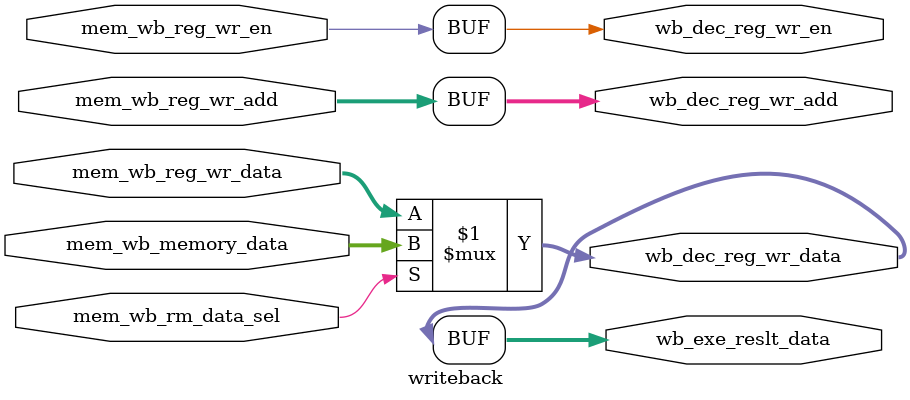
<source format=v>
module writeback( wb_dec_reg_wr_data, 
                  wb_exe_reslt_data, 
                  wb_dec_reg_wr_en, 
                  wb_dec_reg_wr_add,
                  mem_wb_memory_data, 
                  mem_wb_reg_wr_data, 
                  mem_wb_reg_wr_en, 
                  mem_wb_rm_data_sel, 
                  mem_wb_reg_wr_add);
                  
output [31:0] wb_dec_reg_wr_data, wb_exe_reslt_data;
output wb_dec_reg_wr_en;
output [4:0] wb_dec_reg_wr_add;

input [31:0] mem_wb_memory_data, mem_wb_reg_wr_data;
input mem_wb_reg_wr_en, mem_wb_rm_data_sel;
input [4:0] mem_wb_reg_wr_add;

assign wb_dec_reg_wr_data = (mem_wb_rm_data_sel)?mem_wb_memory_data:mem_wb_reg_wr_data;
assign wb_exe_reslt_data = wb_dec_reg_wr_data;
assign wb_dec_reg_wr_en = mem_wb_reg_wr_en;
assign wb_dec_reg_wr_add = mem_wb_reg_wr_add;
endmodule
</source>
